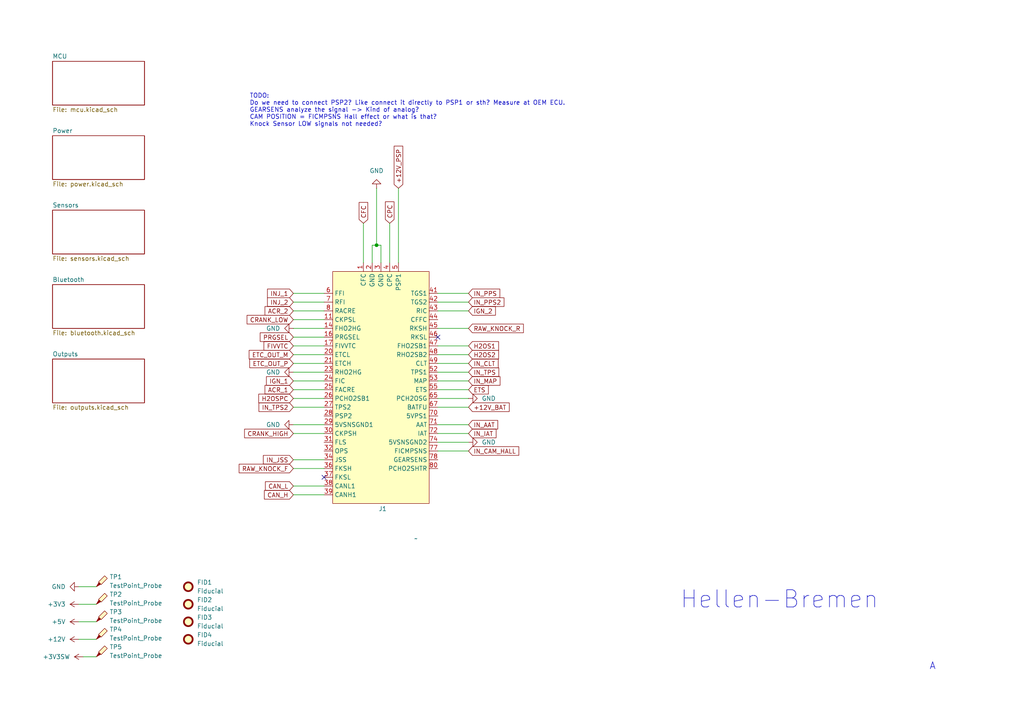
<source format=kicad_sch>
(kicad_sch (version 20231120) (generator "eeschema") (generator_version "8.0")
  (paper "A4")
  (lib_symbols
    (symbol "Connector:TestPoint_Probe" (pin_numbers hide) (pin_names (offset 0.762) hide)
      (property "Reference" "TP" (at 1.651 5.842 0))
      (property "Value" "TestPoint_Probe" (at 1.651 4.064 0))
      (symbol "TestPoint_Probe_0_1"
        (polyline (pts (xy 1.27 0.762) (xy 0 0) (xy 0.762 1.27) (xy 1.27 0.762)) (fill (type outline)))
        (polyline (pts (xy 1.397 0.635) (xy 0.635 1.397) (xy 2.413 3.175) (xy 3.175 2.413) (xy 1.397 0.635)) (fill (type background)))
      )
      (symbol "TestPoint_Probe_1_1"
        (pin passive line (at 0 0 90) (length 0) (name "1") (number "1"))
      )
    )
    (symbol "HD:TE81PinDelphi"
      (property "Reference" "J" (at 0 -0.254 0))
      (symbol "TE81PinDelphi_0_1"
        (rectangle (start -13.97 12.7) (end 13.97 -54.61) (fill (type background)))
      )
      (symbol "TE81PinDelphi_1_0"
        (pin output line (at -5.08 15.24 270) (length 2.54) (name "CFC") (number "1"))
        (pin no_connect line (at 49.53 10.16 180) (length 2.54) hide (name "10") (number "10"))
        (pin bidirectional line (at -16.51 -1.27 0) (length 2.54) (name "CKPSL") (number "11"))
        (pin no_connect line (at 49.53 7.62 180) (length 2.54) hide (name "12") (number "12"))
        (pin no_connect line (at 49.53 5.08 180) (length 2.54) hide (name "13") (number "13"))
        (pin unspecified line (at -16.51 -3.81 0) (length 2.54) (name "FHO2HG") (number "14"))
        (pin no_connect line (at 49.53 2.54 180) (length 2.54) hide (name "15") (number "15"))
        (pin output line (at -16.51 -6.35 0) (length 2.54) (name "PRGSEL") (number "16"))
        (pin output line (at -16.51 -8.89 0) (length 2.54) (name "FIVVTC") (number "17"))
        (pin no_connect line (at 49.53 0 180) (length 2.54) hide (name "18") (number "18"))
        (pin no_connect line (at 49.53 -2.54 180) (length 2.54) hide (name "19") (number "19"))
        (pin power_in line (at -2.54 15.24 270) (length 2.54) (name "GND") (number "2"))
        (pin bidirectional line (at -16.51 -11.43 0) (length 2.54) (name "ETCL") (number "20"))
        (pin bidirectional line (at -16.51 -13.97 0) (length 2.54) (name "ETCH") (number "21"))
        (pin no_connect line (at 49.53 -5.08 180) (length 2.54) hide (name "22") (number "22"))
        (pin output line (at -16.51 -16.51 0) (length 2.54) (name "RHO2HG") (number "23"))
        (pin output line (at -16.51 -19.05 0) (length 2.54) (name "FIC") (number "24"))
        (pin output line (at -16.51 -21.59 0) (length 2.54) (name "FACRE") (number "25"))
        (pin output line (at -16.51 -24.13 0) (length 2.54) (name "PCHO2SB1") (number "26"))
        (pin output line (at -16.51 -26.67 0) (length 2.54) (name "TPS2") (number "27"))
        (pin unspecified line (at -16.51 -29.21 0) (length 2.54) (name "PSP2") (number "28"))
        (pin unspecified line (at -16.51 -31.75 0) (length 2.54) (name "5VSNSGND1") (number "29"))
        (pin power_in line (at 0 15.24 270) (length 2.54) (name "GND") (number "3"))
        (pin bidirectional line (at -16.51 -34.29 0) (length 2.54) (name "CKPSH") (number "30"))
        (pin input line (at -16.51 -36.83 0) (length 2.54) (name "FLS") (number "31"))
        (pin input line (at -16.51 -39.37 0) (length 2.54) (name "OPS") (number "32"))
        (pin no_connect line (at 49.53 -7.62 180) (length 2.54) hide (name "33") (number "33"))
        (pin input line (at -16.51 -41.91 0) (length 2.54) (name "JSS") (number "34"))
        (pin no_connect line (at 49.53 -10.16 180) (length 2.54) hide (name "35") (number "35"))
        (pin bidirectional line (at -16.51 -44.45 0) (length 2.54) (name "FKSH") (number "36"))
        (pin bidirectional line (at -16.51 -46.99 0) (length 2.54) (name "FKSL") (number "37"))
        (pin bidirectional line (at -16.51 -49.53 0) (length 2.54) (name "CANL1") (number "38"))
        (pin bidirectional line (at -16.51 -52.07 0) (length 2.54) (name "CANH1") (number "39"))
        (pin output line (at 2.54 15.24 270) (length 2.54) (name "CPC") (number "4"))
        (pin no_connect line (at 49.53 -12.7 180) (length 2.54) hide (name "40") (number "40"))
        (pin input line (at 16.51 6.35 180) (length 2.54) (name "TGS1") (number "41"))
        (pin input line (at 16.51 3.81 180) (length 2.54) (name "TGS2") (number "42"))
        (pin output line (at 16.51 1.27 180) (length 2.54) (name "RIC") (number "43"))
        (pin output line (at 16.51 -1.27 180) (length 2.54) (name "CFFC") (number "44"))
        (pin bidirectional line (at 16.51 -3.81 180) (length 2.54) (name "RKSH") (number "45"))
        (pin bidirectional line (at 16.51 -6.35 180) (length 2.54) (name "RKSL") (number "46"))
        (pin input line (at 16.51 -8.89 180) (length 2.54) (name "FHO2SB1") (number "47"))
        (pin input line (at 16.51 -11.43 180) (length 2.54) (name "RHO2SB2") (number "48"))
        (pin input line (at 16.51 -13.97 180) (length 2.54) (name "CLT") (number "49"))
        (pin unspecified line (at 5.08 15.24 270) (length 2.54) (name "PSP1") (number "5"))
        (pin no_connect line (at 49.53 -15.24 180) (length 2.54) hide (name "50") (number "50"))
        (pin no_connect line (at 49.53 -17.78 180) (length 2.54) hide (name "51") (number "51"))
        (pin input line (at 16.51 -16.51 180) (length 2.54) (name "TPS1") (number "52"))
        (pin input line (at 16.51 -19.05 180) (length 2.54) (name "MAP") (number "53"))
        (pin no_connect line (at 49.53 -20.32 180) (length 2.54) hide (name "54") (number "54"))
        (pin input line (at 16.51 -21.59 180) (length 2.54) (name "ETS") (number "55"))
        (pin no_connect line (at 49.53 -22.86 180) (length 2.54) hide (name "56") (number "56"))
        (pin no_connect line (at 49.53 -25.4 180) (length 2.54) hide (name "57") (number "57"))
        (pin no_connect line (at 49.53 -27.94 180) (length 2.54) hide (name "58") (number "58"))
        (pin no_connect line (at 49.53 -30.48 180) (length 2.54) hide (name "59") (number "59"))
        (pin output line (at -16.51 6.35 0) (length 2.54) (name "FFI") (number "6"))
        (pin no_connect line (at 49.53 -33.02 180) (length 2.54) hide (name "60") (number "60"))
        (pin no_connect line (at 49.53 -35.56 180) (length 2.54) hide (name "61") (number "61"))
        (pin no_connect line (at 49.53 -38.1 180) (length 2.54) hide (name "62") (number "62"))
        (pin no_connect line (at 49.53 -40.64 180) (length 2.54) hide (name "63") (number "63"))
        (pin no_connect line (at 49.53 -43.18 180) (length 2.54) hide (name "64") (number "64"))
        (pin input line (at 16.51 -24.13 180) (length 2.54) (name "PCH2OSG") (number "65"))
        (pin no_connect line (at 49.53 -45.72 180) (length 2.54) hide (name "66") (number "66"))
        (pin input line (at 16.51 -26.67 180) (length 2.54) (name "BATFU") (number "67"))
        (pin no_connect line (at 49.53 -48.26 180) (length 2.54) hide (name "68") (number "68"))
        (pin no_connect line (at 49.53 -50.8 180) (length 2.54) hide (name "69") (number "69"))
        (pin output line (at -16.51 3.81 0) (length 2.54) (name "RFI") (number "7"))
        (pin input line (at 16.51 -29.21 180) (length 2.54) (name "5VPS1") (number "70"))
        (pin input line (at 16.51 -31.75 180) (length 2.54) (name "AAT") (number "71"))
        (pin input line (at 16.51 -34.29 180) (length 2.54) (name "IAT") (number "72"))
        (pin no_connect line (at 49.53 -53.34 180) (length 2.54) hide (name "73") (number "73"))
        (pin input line (at 16.51 -36.83 180) (length 2.54) (name "5VSNSGND2") (number "74"))
        (pin no_connect line (at 49.53 -55.88 180) (length 2.54) hide (name "75") (number "75"))
        (pin no_connect line (at 49.53 -58.42 180) (length 2.54) hide (name "76") (number "76"))
        (pin input line (at 16.51 -39.37 180) (length 2.54) (name "FICMPSNS") (number "77"))
        (pin input line (at 16.51 -41.91 180) (length 2.54) (name "GEARSENS") (number "78"))
        (pin no_connect line (at 49.53 -60.96 180) (length 2.54) hide (name "79") (number "79"))
        (pin output line (at -16.51 1.27 0) (length 2.54) (name "RACRE") (number "8"))
        (pin input line (at 16.51 -44.45 180) (length 2.54) (name "PCHO2SHTR") (number "80"))
        (pin no_connect line (at 49.53 15.24 180) (length 2.54) hide (name "81") (number "81"))
        (pin no_connect line (at 49.53 12.7 180) (length 2.54) hide (name "9") (number "9"))
      )
    )
    (symbol "Mechanical:Fiducial" (exclude_from_sim yes) (in_bom no)
      (property "Reference" "FID" (at 0 5.08 0))
      (property "Value" "Fiducial" (at 0 3.175 0))
      (symbol "Fiducial_0_1"
        (circle (center 0 0) (radius 1.27) (stroke (width 0.508)) (fill (type background)))
      )
    )
    (symbol "power:+12V" (power) (pin_numbers hide) (pin_names (offset 0) hide)
      (property "Value" "+12V" (at 0 3.556 0))
      (symbol "+12V_0_1"
        (polyline (pts (xy -0.762 1.27) (xy 0 2.54)))
        (polyline (pts (xy 0 0) (xy 0 2.54)))
        (polyline (pts (xy 0 2.54) (xy 0.762 1.27)))
      )
      (symbol "+12V_1_1"
        (pin power_in line (at 0 0 90) (length 0) (name "~") (number "1"))
      )
    )
    (symbol "power:+3V3" (power) (pin_numbers hide) (pin_names (offset 0) hide)
      (property "Value" "+3V3" (at 0 3.556 0))
      (symbol "+3V3_0_1"
        (polyline (pts (xy -0.762 1.27) (xy 0 2.54)))
        (polyline (pts (xy 0 0) (xy 0 2.54)))
        (polyline (pts (xy 0 2.54) (xy 0.762 1.27)))
      )
      (symbol "+3V3_1_1"
        (pin power_in line (at 0 0 90) (length 0) (name "~") (number "1"))
      )
    )
    (symbol "power:+5V" (power) (pin_numbers hide) (pin_names (offset 0) hide)
      (property "Value" "+5V" (at 0 3.556 0))
      (symbol "+5V_0_1"
        (polyline (pts (xy -0.762 1.27) (xy 0 2.54)))
        (polyline (pts (xy 0 0) (xy 0 2.54)))
        (polyline (pts (xy 0 2.54) (xy 0.762 1.27)))
      )
      (symbol "+5V_1_1"
        (pin power_in line (at 0 0 90) (length 0) (name "~") (number "1"))
      )
    )
    (symbol "power:GND" (power) (pin_numbers hide) (pin_names (offset 0) hide)
      (property "Value" "GND" (at 0 -3.81 0))
      (symbol "GND_0_1"
        (polyline (pts (xy 0 0) (xy 0 -1.27) (xy 1.27 -1.27) (xy 0 -2.54) (xy -1.27 -1.27) (xy 0 -1.27)))
      )
      (symbol "GND_1_1"
        (pin power_in line (at 0 0 270) (length 0) (name "~") (number "1"))
      )
    )
  )
  (junction (at 109.22 71.12))
  (no_connect (at 127 97.79))
  (no_connect (at 93.98 138.43))
  (wire (pts (xy 135.89 115.57) (xy 127 115.57)))
  (wire (pts (xy 85.09 90.17) (xy 93.98 90.17)))
  (wire (pts (xy 22.86 185.42) (xy 27.94 185.42)))
  (wire (pts (xy 127 125.73) (xy 135.89 125.73)))
  (wire (pts (xy 127 123.19) (xy 135.89 123.19)))
  (wire (pts (xy 127 130.81) (xy 135.89 130.81)))
  (wire (pts (xy 85.09 125.73) (xy 93.98 125.73)))
  (wire (pts (xy 85.09 85.09) (xy 93.98 85.09)))
  (wire (pts (xy 85.09 92.71) (xy 93.98 92.71)))
  (wire (pts (xy 85.09 95.25) (xy 93.98 95.25)))
  (wire (pts (xy 22.86 180.34) (xy 27.94 180.34)))
  (wire (pts (xy 85.09 87.63) (xy 93.98 87.63)))
  (wire (pts (xy 107.95 71.12) (xy 107.95 76.2)))
  (wire (pts (xy 109.22 54.61) (xy 109.22 71.12)))
  (wire (pts (xy 85.09 113.03) (xy 93.98 113.03)))
  (wire (pts (xy 85.09 143.51) (xy 93.98 143.51)))
  (wire (pts (xy 110.49 71.12) (xy 109.22 71.12)))
  (wire (pts (xy 85.09 110.49) (xy 93.98 110.49)))
  (wire (pts (xy 85.09 140.97) (xy 93.98 140.97)))
  (wire (pts (xy 24.13 190.5) (xy 27.94 190.5)))
  (wire (pts (xy 127 85.09) (xy 135.89 85.09)))
  (wire (pts (xy 85.09 118.11) (xy 93.98 118.11)))
  (wire (pts (xy 127 113.03) (xy 135.89 113.03)))
  (wire (pts (xy 85.09 100.33) (xy 93.98 100.33)))
  (wire (pts (xy 85.09 97.79) (xy 93.98 97.79)))
  (wire (pts (xy 107.95 71.12) (xy 109.22 71.12)))
  (wire (pts (xy 113.03 64.77) (xy 113.03 76.2)))
  (wire (pts (xy 135.89 128.27) (xy 127 128.27)))
  (wire (pts (xy 127 105.41) (xy 135.89 105.41)))
  (wire (pts (xy 22.86 170.18) (xy 27.94 170.18)))
  (wire (pts (xy 22.86 175.26) (xy 27.94 175.26)))
  (wire (pts (xy 127 118.11) (xy 135.89 118.11)))
  (wire (pts (xy 93.98 135.89) (xy 85.09 135.89)))
  (wire (pts (xy 85.09 102.87) (xy 93.98 102.87)))
  (wire (pts (xy 115.57 54.61) (xy 115.57 76.2)))
  (wire (pts (xy 93.98 133.35) (xy 85.09 133.35)))
  (wire (pts (xy 93.98 115.57) (xy 85.09 115.57)))
  (wire (pts (xy 85.09 123.19) (xy 93.98 123.19)))
  (wire (pts (xy 127 102.87) (xy 135.89 102.87)))
  (wire (pts (xy 85.09 107.95) (xy 93.98 107.95)))
  (wire (pts (xy 127 90.17) (xy 135.89 90.17)))
  (wire (pts (xy 127 110.49) (xy 135.89 110.49)))
  (wire (pts (xy 127 95.25) (xy 135.89 95.25)))
  (wire (pts (xy 110.49 76.2) (xy 110.49 71.12)))
  (wire (pts (xy 127 87.63) (xy 135.89 87.63)))
  (wire (pts (xy 85.09 105.41) (xy 93.98 105.41)))
  (wire (pts (xy 105.41 64.77) (xy 105.41 76.2)))
  (wire (pts (xy 127 107.95) (xy 135.89 107.95)))
  (wire (pts (xy 127 100.33) (xy 135.89 100.33)))
  (text "TODO:\nDo we need to connect PSP2? Like connect it directly to PSP1 or sth? Measure at OEM ECU.\nGEARSENS analyze the signal -> Kind of analog?\nCAM POSITION = FICMPSNS Hall effect or what is that?\nKnock Sensor LOW signals not needed?\n" (at 72.39 32.004 0) (effects (font (size 1.27 1.27)) (justify left)))
  (text "Hellen-Bremen" (at 226.06 173.99 0) (effects (font (size 5 5))))
  (text "A" (at 270.51 193.294 0) (effects (font (size 2 2))))
  (global_label "CAN_L" (shape input) (at 85.09 140.97 180) (property "Intersheetrefs" "${INTERSHEET_REFS}" (effects (hide yes))))
  (global_label "H2OS1" (shape input) (at 135.89 100.33 0) (property "Intersheetrefs" "${INTERSHEET_REFS}" (effects (hide yes))))
  (global_label "IN_PPS2" (shape input) (at 135.89 87.63 0) (property "Intersheetrefs" "${INTERSHEET_REFS}" (effects (hide yes))))
  (global_label "RAW_KNOCK_F" (shape input) (at 85.09 135.89 180) (property "Intersheetrefs" "${INTERSHEET_REFS}" (effects (hide yes))))
  (global_label "ETS" (shape input) (at 135.89 113.03 0) (property "Intersheetrefs" "${INTERSHEET_REFS}" (effects (hide yes))))
  (global_label "INJ_2" (shape input) (at 85.09 87.63 180) (property "Intersheetrefs" "${INTERSHEET_REFS}" (effects (hide yes))))
  (global_label "CPC" (shape input) (at 113.03 64.77 90) (property "Intersheetrefs" "${INTERSHEET_REFS}" (effects (hide yes))))
  (global_label "IN_AAT" (shape input) (at 135.89 123.19 0) (property "Intersheetrefs" "${INTERSHEET_REFS}" (effects (hide yes))))
  (global_label "ETC_OUT_M" (shape input) (at 85.09 102.87 180) (property "Intersheetrefs" "${INTERSHEET_REFS}" (effects (hide yes))))
  (global_label "IN_PPS" (shape input) (at 135.89 85.09 0) (property "Intersheetrefs" "${INTERSHEET_REFS}" (effects (hide yes))))
  (global_label "ACR_2" (shape input) (at 85.09 90.17 180) (property "Intersheetrefs" "${INTERSHEET_REFS}" (effects (hide yes))))
  (global_label "H2OS2" (shape input) (at 135.89 102.87 0) (property "Intersheetrefs" "${INTERSHEET_REFS}" (effects (hide yes))))
  (global_label "IN_TPS2" (shape input) (at 85.09 118.11 180) (property "Intersheetrefs" "${INTERSHEET_REFS}" (effects (hide yes))))
  (global_label "RAW_KNOCK_R" (shape input) (at 135.89 95.25 0) (property "Intersheetrefs" "${INTERSHEET_REFS}" (effects (hide yes))))
  (global_label "IGN_2" (shape input) (at 135.89 90.17 0) (property "Intersheetrefs" "${INTERSHEET_REFS}" (effects (hide yes))))
  (global_label "CAN_H" (shape input) (at 85.09 143.51 180) (property "Intersheetrefs" "${INTERSHEET_REFS}" (effects (hide yes))))
  (global_label "IN_JSS" (shape input) (at 85.09 133.35 180) (property "Intersheetrefs" "${INTERSHEET_REFS}" (effects (hide yes))))
  (global_label "IN_TPS" (shape input) (at 135.89 107.95 0) (property "Intersheetrefs" "${INTERSHEET_REFS}" (effects (hide yes))))
  (global_label "IN_CAM_HALL" (shape input) (at 135.89 130.81 0) (property "Intersheetrefs" "${INTERSHEET_REFS}" (effects (hide yes))))
  (global_label "ACR_1" (shape input) (at 85.09 113.03 180) (property "Intersheetrefs" "${INTERSHEET_REFS}" (effects (hide yes))))
  (global_label "INJ_1" (shape input) (at 85.09 85.09 180) (property "Intersheetrefs" "${INTERSHEET_REFS}" (effects (hide yes))))
  (global_label "+12V_PSP" (shape input) (at 115.57 54.61 90) (property "Intersheetrefs" "${INTERSHEET_REFS}" (effects (hide yes))))
  (global_label "H2OSPC" (shape input) (at 85.09 115.57 180) (property "Intersheetrefs" "${INTERSHEET_REFS}" (effects (hide yes))))
  (global_label "PRGSEL" (shape input) (at 85.09 97.79 180) (property "Intersheetrefs" "${INTERSHEET_REFS}" (effects (hide yes))))
  (global_label "FIVVTC" (shape input) (at 85.09 100.33 180) (property "Intersheetrefs" "${INTERSHEET_REFS}" (effects (hide yes))))
  (global_label "CRANK_HIGH" (shape input) (at 85.09 125.73 180) (property "Intersheetrefs" "${INTERSHEET_REFS}" (effects (hide yes))))
  (global_label "CFC" (shape input) (at 105.41 64.77 90) (property "Intersheetrefs" "${INTERSHEET_REFS}" (effects (hide yes))))
  (global_label "ETC_OUT_P" (shape input) (at 85.09 105.41 180) (property "Intersheetrefs" "${INTERSHEET_REFS}" (effects (hide yes))))
  (global_label "CRANK_LOW" (shape input) (at 85.09 92.71 180) (property "Intersheetrefs" "${INTERSHEET_REFS}" (effects (hide yes))))
  (global_label "IGN_1" (shape input) (at 85.09 110.49 180) (property "Intersheetrefs" "${INTERSHEET_REFS}" (effects (hide yes))))
  (global_label "IN_CLT" (shape input) (at 135.89 105.41 0) (property "Intersheetrefs" "${INTERSHEET_REFS}" (effects (hide yes))))
  (global_label "+12V_BAT" (shape input) (at 135.89 118.11 0) (property "Intersheetrefs" "${INTERSHEET_REFS}" (effects (hide yes))))
  (global_label "IN_IAT" (shape input) (at 135.89 125.73 0) (property "Intersheetrefs" "${INTERSHEET_REFS}" (effects (hide yes))))
  (global_label "IN_MAP" (shape input) (at 135.89 110.49 0) (property "Intersheetrefs" "${INTERSHEET_REFS}" (effects (hide yes))))
  (symbol (lib_id "Mechanical:Fiducial") (at 54.61 170.18 0) (unit 1) (exclude_from_sim yes) (in_bom no)
    (property "Reference" "FID1" (at 57.15 168.9099 0) (effects (justify left)))
    (property "Value" "Fiducial" (at 57.15 171.4499 0) (effects (justify left)))
    (property "Footprint" "Fiducial:Fiducial_1mm_Mask2mm" (effects (hide yes)))
    (property "Description" "Fiducial Marker" (effects (hide yes)))
  )
  (symbol (lib_id "power:+12V") (at 22.86 185.42 90) (unit 1)
    (property "Reference" "#PWR07" (effects (hide yes)))
    (property "Value" "+12V" (at 19.05 185.4199 90) (effects (justify left)))
    (property "Description" "Power symbol creates a global label with name \"+12V\"" (effects (hide yes)))
  )
  (symbol (lib_id "power:GND") (at 109.22 54.61 180) (unit 1)
    (property "Reference" "#PWR01" (effects (hide yes)))
    (property "Value" "GND" (at 109.22 49.53 0))
    (property "Description" "Power symbol creates a global label with name \"GND\" , ground" (effects (hide yes)))
  )
  (symbol (lib_id "power:+5V") (at 22.86 180.34 90) (unit 1)
    (property "Reference" "#PWR06" (effects (hide yes)))
    (property "Value" "+5V" (at 19.05 180.3399 90) (effects (justify left)))
    (property "Description" "Power symbol creates a global label with name \"+5V\"" (effects (hide yes)))
  )
  (symbol (lib_id "Connector:TestPoint_Probe") (at 27.94 185.42 0) (unit 1) (in_bom no)
    (property "Reference" "TP4" (at 31.75 182.5624 0) (effects (justify left)))
    (property "Value" "TestPoint_Probe" (at 31.75 185.1024 0) (effects (justify left)))
    (property "Footprint" "TestPoint:TestPoint_Pad_D2.0mm" (effects (hide yes)))
    (property "Description" "test point (alternative probe-style design)" (effects (hide yes)))
  )
  (symbol (lib_id "power:GND") (at 135.89 115.57 90) (unit 1)
    (property "Reference" "#PWR049" (effects (hide yes)))
    (property "Value" "GND" (at 139.7 115.5701 90) (effects (justify right)))
    (property "Description" "Power symbol creates a global label with name \"GND\" , ground" (effects (hide yes)))
  )
  (symbol (lib_id "Connector:TestPoint_Probe") (at 27.94 180.34 0) (unit 1) (in_bom no)
    (property "Reference" "TP3" (at 31.75 177.4824 0) (effects (justify left)))
    (property "Value" "TestPoint_Probe" (at 31.75 180.0224 0) (effects (justify left)))
    (property "Footprint" "TestPoint:TestPoint_Pad_D2.0mm" (effects (hide yes)))
    (property "Description" "test point (alternative probe-style design)" (effects (hide yes)))
  )
  (symbol (lib_id "Mechanical:Fiducial") (at 54.61 175.26 0) (unit 1) (exclude_from_sim yes) (in_bom no)
    (property "Reference" "FID2" (at 57.15 173.9899 0) (effects (justify left)))
    (property "Value" "Fiducial" (at 57.15 176.5299 0) (effects (justify left)))
    (property "Footprint" "Fiducial:Fiducial_1mm_Mask2mm" (effects (hide yes)))
    (property "Description" "Fiducial Marker" (effects (hide yes)))
  )
  (symbol (lib_id "Connector:TestPoint_Probe") (at 27.94 170.18 0) (unit 1) (in_bom no)
    (property "Reference" "TP1" (at 31.75 167.3224 0) (effects (justify left)))
    (property "Value" "TestPoint_Probe" (at 31.75 169.8624 0) (effects (justify left)))
    (property "Footprint" "TestPoint:TestPoint_Pad_D2.0mm" (effects (hide yes)))
    (property "Description" "test point (alternative probe-style design)" (effects (hide yes)))
  )
  (symbol (lib_id "Connector:TestPoint_Probe") (at 27.94 175.26 0) (unit 1) (in_bom no)
    (property "Reference" "TP2" (at 31.75 172.4024 0) (effects (justify left)))
    (property "Value" "TestPoint_Probe" (at 31.75 174.9424 0) (effects (justify left)))
    (property "Footprint" "TestPoint:TestPoint_Pad_D2.0mm" (effects (hide yes)))
    (property "Description" "test point (alternative probe-style design)" (effects (hide yes)))
  )
  (symbol (lib_id "Mechanical:Fiducial") (at 54.61 180.34 0) (unit 1) (exclude_from_sim yes) (in_bom no)
    (property "Reference" "FID3" (at 57.15 179.0699 0) (effects (justify left)))
    (property "Value" "Fiducial" (at 57.15 181.6099 0) (effects (justify left)))
    (property "Footprint" "Fiducial:Fiducial_1mm_Mask2mm" (effects (hide yes)))
    (property "Description" "Fiducial Marker" (effects (hide yes)))
  )
  (symbol (lib_id "power:GND") (at 135.89 128.27 90) (unit 1)
    (property "Reference" "#PWR039" (effects (hide yes)))
    (property "Value" "GND" (at 139.7 128.2701 90) (effects (justify right)))
    (property "Description" "Power symbol creates a global label with name \"GND\" , ground" (effects (hide yes)))
  )
  (symbol (lib_id "power:GND") (at 22.86 170.18 270) (unit 1)
    (property "Reference" "#PWR05" (effects (hide yes)))
    (property "Value" "GND" (at 19.05 170.1799 90) (effects (justify right)))
    (property "Description" "Power symbol creates a global label with name \"GND\" , ground" (effects (hide yes)))
  )
  (symbol (lib_id "power:GND") (at 85.09 107.95 270) (unit 1)
    (property "Reference" "#PWR048" (effects (hide yes)))
    (property "Value" "GND" (at 81.28 107.9499 90) (effects (justify right)))
    (property "Description" "Power symbol creates a global label with name \"GND\" , ground" (effects (hide yes)))
  )
  (symbol (lib_id "Mechanical:Fiducial") (at 54.61 185.42 0) (unit 1) (exclude_from_sim yes) (in_bom no)
    (property "Reference" "FID4" (at 57.15 184.1499 0) (effects (justify left)))
    (property "Value" "Fiducial" (at 57.15 186.6899 0) (effects (justify left)))
    (property "Footprint" "Fiducial:Fiducial_1mm_Mask2mm" (effects (hide yes)))
    (property "Description" "Fiducial Marker" (effects (hide yes)))
  )
  (symbol (lib_id "power:GND") (at 85.09 123.19 270) (unit 1)
    (property "Reference" "#PWR038" (effects (hide yes)))
    (property "Value" "GND" (at 81.28 123.1899 90) (effects (justify right)))
    (property "Description" "Power symbol creates a global label with name \"GND\" , ground" (effects (hide yes)))
  )
  (symbol (lib_id "power:+3V3") (at 24.13 190.5 90) (unit 1)
    (property "Reference" "#PWR040" (effects (hide yes)))
    (property "Value" "+3V3SW" (at 20.32 190.4999 90) (effects (justify left)))
    (property "Description" "Power symbol creates a global label with name \"+3V3\"" (effects (hide yes)))
  )
  (symbol (lib_id "Connector:TestPoint_Probe") (at 27.94 190.5 0) (unit 1) (in_bom no)
    (property "Reference" "TP5" (at 31.75 187.6424 0) (effects (justify left)))
    (property "Value" "TestPoint_Probe" (at 31.75 190.1824 0) (effects (justify left)))
    (property "Footprint" "TestPoint:TestPoint_Pad_D2.0mm" (effects (hide yes)))
    (property "Description" "test point (alternative probe-style design)" (effects (hide yes)))
  )
  (symbol (lib_id "power:+3V3") (at 22.86 175.26 90) (unit 1)
    (property "Reference" "#PWR08" (effects (hide yes)))
    (property "Value" "+3V3" (at 19.05 175.2599 90) (effects (justify left)))
    (property "Description" "Power symbol creates a global label with name \"+3V3\"" (effects (hide yes)))
  )
  (symbol (lib_id "power:GND") (at 85.09 95.25 270) (unit 1)
    (property "Reference" "#PWR047" (effects (hide yes)))
    (property "Value" "GND" (at 81.28 95.2499 90) (effects (justify right)))
    (property "Description" "Power symbol creates a global label with name \"GND\" , ground" (effects (hide yes)))
  )
  (symbol (lib_id "HD:TE81PinDelphi") (at 110.49 91.44 0) (unit 1) (in_bom no)
    (property "Reference" "J1" (at 110.998 147.574 0))
    (property "Value" "~" (at 120.65 156.21 0))
    (property "Footprint" "HD:TE81PINHD" (effects (hide yes)))
  )
  (sheet (at 15.24 17.78) (size 26.67 12.7) (stroke (width 0.1524))
    (property "Sheetname" "MCU" (at 15.24 17.0684 0) (effects (justify left bottom)))
    (property "Sheetfile" "mcu.kicad_sch" (at 15.24 31.0646 0) (effects (justify left top)))
  )
  (sheet (at 15.24 82.55) (size 26.67 12.7) (stroke (width 0.1524))
    (property "Sheetname" "Bluetooth" (at 15.24 81.8384 0) (effects (justify left bottom)))
    (property "Sheetfile" "bluetooth.kicad_sch" (at 15.24 95.8346 0) (effects (justify left top)))
  )
  (sheet (at 15.24 104.14) (size 26.67 12.7) (stroke (width 0.1524))
    (property "Sheetname" "Outputs" (at 15.24 103.4284 0) (effects (justify left bottom)))
    (property "Sheetfile" "outputs.kicad_sch" (at 15.24 117.4246 0) (effects (justify left top)))
  )
  (sheet (at 15.24 60.96) (size 26.67 12.7) (stroke (width 0.1524))
    (property "Sheetname" "Sensors" (at 15.24 60.2484 0) (effects (justify left bottom)))
    (property "Sheetfile" "sensors.kicad_sch" (at 15.24 74.2446 0) (effects (justify left top)))
  )
  (sheet (at 15.24 39.37) (size 26.67 12.7) (stroke (width 0.1524))
    (property "Sheetname" "Power" (at 15.24 38.6584 0) (effects (justify left bottom)))
    (property "Sheetfile" "power.kicad_sch" (at 15.24 52.6546 0) (effects (justify left top)))
  )
)
</source>
